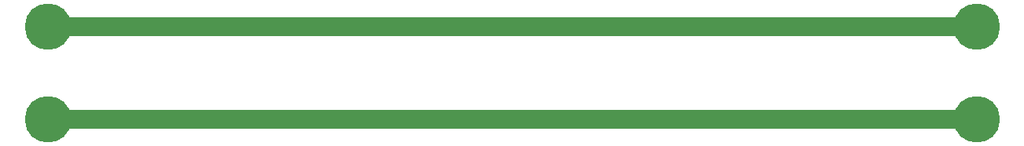
<source format=gbr>
G04 Two_conductor_PCB*
%FSLAX32Y32*%
%MOMM*%
%ADD10C,5.00*%
%ADD11C,2.00*%
D10*
*G01
X-05000Y-00500D02*
X-05000Y-00500D03*
X05000Y-00500D03*
X05000Y00500D03*
X-05000Y00500D03*
D11*
X-05000Y-00500D02*
X05000Y-00500D01*
X-05000Y00500D02*
X05000Y00500D01*
M02*

</source>
